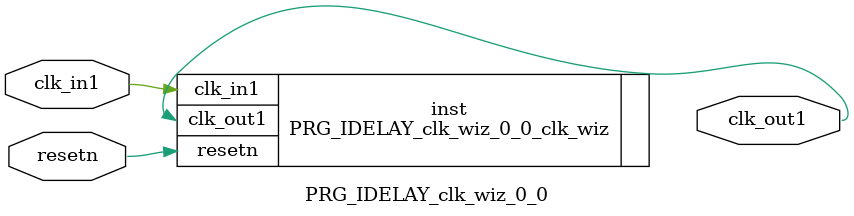
<source format=v>


`timescale 1ps/1ps

(* CORE_GENERATION_INFO = "PRG_IDELAY_clk_wiz_0_0,clk_wiz_v6_0_3_0_0,{component_name=PRG_IDELAY_clk_wiz_0_0,use_phase_alignment=true,use_min_o_jitter=true,use_max_i_jitter=false,use_dyn_phase_shift=false,use_inclk_switchover=false,use_dyn_reconfig=false,enable_axi=0,feedback_source=FDBK_AUTO,PRIMITIVE=MMCM,num_out_clk=1,clkin1_period=8.000,clkin2_period=10.000,use_power_down=false,use_reset=true,use_locked=false,use_inclk_stopped=false,feedback_type=SINGLE,CLOCK_MGR_TYPE=NA,manual_override=false}" *)

module PRG_IDELAY_clk_wiz_0_0 
 (
  // Clock out ports
  output        clk_out1,
  // Status and control signals
  input         resetn,
 // Clock in ports
  input         clk_in1
 );

  PRG_IDELAY_clk_wiz_0_0_clk_wiz inst
  (
  // Clock out ports  
  .clk_out1(clk_out1),
  // Status and control signals               
  .resetn(resetn), 
 // Clock in ports
  .clk_in1(clk_in1)
  );

endmodule

</source>
